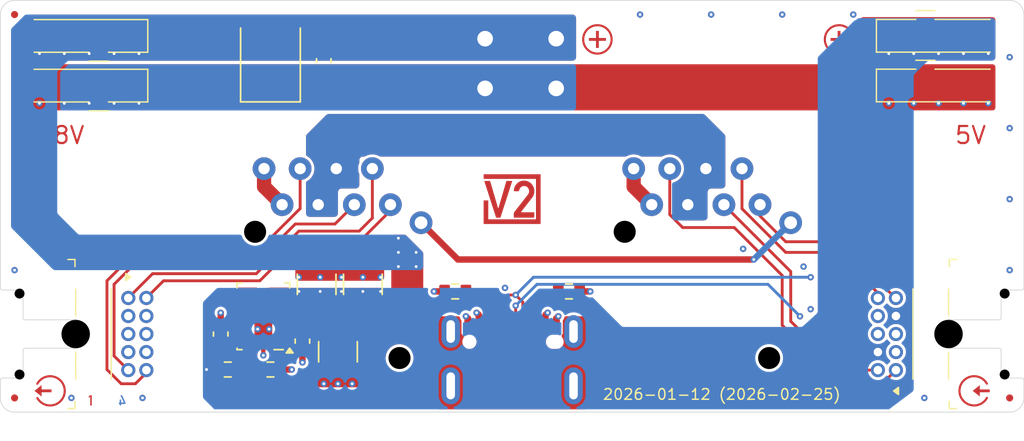
<source format=kicad_pcb>
(kicad_pcb (version 20241229) (generator "pcbnew") (generator_version "9.0")
  (title_block (date "2026-02-25") (rev "2026-01-12"))
  (layers (0 "F.Cu" signal "Front") (4 "In1.Cu" power) (6 "In2.Cu" power) (2 "B.Cu" power "Back") (13 "F.Paste" user) (5 "F.SilkS" user "F.Silkscreen") (7 "B.SilkS" user "B.Silkscreen") (1 "F.Mask" user) (3 "B.Mask" user) (25 "Edge.Cuts" user))
  (net 0 "")
  (net 1 "GND")
  (net 2 "/Power +5V/Feedback")
  (net 3 "+5V")
  (net 4 "+28V")
  (net 5 "/Power +5V/Vcc")
  (net 6 "+VLINK")
  (net 10 "/Plug-RX-A")
  (net 11 "/Plug-RX-B")
  (net 12 "/Plug-TX-Y")
  (net 13 "/Plug-TX-Z")
  (net 14 "/Socket-RX-A")
  (net 15 "/Socket-RX-B")
  (net 16 "/Socket-TX-Y")
  (net 17 "/Socket-TX-Z")
  (net 18 "/USB-CC1")
  (net 19 "/USB+")
  (net 20 "/USB-")
  (net 21 "/USB-CC2")
  (net 22 "Shield")
  (net 27 "/Link-Shield")
  (net 31 "+VBUS")
  (footprint "V2_Resistor_SMD:R_0603" (layer "F.Cu") (at 132 112)
    (property "Reference" "R501" (hide yes))
    (property "Value" "40k2" (hide yes))
    (pad "1" smd roundrect (at -0.75 0) (size 0.75 0.95) (layers "F.Cu" "F.Mask") (roundrect_rratio 0.1333333333) (net 3 "+5V"))
    (pad "2" smd roundrect (at 0.75 0) (size 0.75 0.95) (layers "F.Cu" "F.Mask") (roundrect_rratio 0.1333333333) (net 2 "/Power +5V/Feedback"))
  )
  (footprint "V2_Connector_USB:JAE_DX07S016JA3" (layer "F.Cu") (at 152 112)
    (property "Reference" "J103" (hide yes))
    (property "Value" "DX07S016JA3" (hide yes))
    (pad "" np_thru_hole circle (at -3 -1.95) (size 0.6 0.6) (drill 0.6) (layers "*.Cu" "*.Mask"))
    (pad "" np_thru_hole oval (at 3 -1.95) (size 0.85 0.6) (drill oval 0.85 0.6) (layers "*.Cu" "*.Mask"))
    (pad "A5" smd roundrect (at -1.75 -3.05) (size 0.27 1) (layers "F.Cu" "F.Mask" "F.Paste") (roundrect_rratio 0.1) (net 18 "/USB-CC1"))
    (pad "A6" smd roundrect (at -0.25 -3.05) (size 0.27 1) (layers "F.Cu" "F.Mask" "F.Paste") (roundrect_rratio 0.1) (net 19 "/USB+"))
    (pad "A7" smd roundrect (at 0.75 -3.05) (size 0.27 1) (layers "F.Cu" "F.Mask" "F.Paste") (roundrect_rratio 0.1) (net 20 "/USB-"))
    (pad "A8" smd roundrect (at 1.75 -3.05) (size 0.27 1) (layers "F.Cu" "F.Mask" "F.Paste") (roundrect_rratio 0.1))
    (pad "B5" smd roundrect (at 1.25 -3.05) (size 0.27 1) (layers "F.Cu" "F.Mask" "F.Paste") (roundrect_rratio 0.1) (net 21 "/USB-CC2"))
    (pad "B6" smd roundrect (at 0.25 -3.05) (size 0.27 1) (layers "F.Cu" "F.Mask" "F.Paste") (roundrect_rratio 0.1) (net 19 "/USB+"))
    (pad "B7" smd roundrect (at -0.75 -3.05) (size 0.27 1) (layers "F.Cu" "F.Mask" "F.Paste") (roundrect_rratio 0.1) (net 20 "/USB-"))
    (pad "B8" smd roundrect (at -1.25 -3.05) (size 0.27 1) (layers "F.Cu" "F.Mask" "F.Paste") (roundrect_rratio 0.1))
    (pad "G" smd roundrect (at -3.1 -3.05) (size 0.52 1) (layers "F.Cu" "F.Mask") (roundrect_rratio 0.1) (net 1 "GND"))
    (pad "G" smd roundrect (at 3.1 -3.05) (size 0.52 1) (layers "F.Cu" "F.Mask") (roundrect_rratio 0.1) (net 1 "GND"))
    (pad "S" thru_hole oval (at -4.32 -2.675) (size 1.3 2.3) (drill oval 0.6 1.6) (layers "*.Cu" "F.Paste") (net 22 "Shield"))
    (pad "S" thru_hole oval (at -4.32 1.15) (size 1.3 2.6) (drill oval 0.6 1.9) (layers "*.Cu" "F.Paste") (net 22 "Shield"))
    (pad "S" smd roundrect (at -1.4 1.15) (size 1 2) (layers "F.Cu" "F.Mask" "F.Paste") (roundrect_rratio 0.1) (net 22 "Shield"))
    (pad "S" smd roundrect (at 1.4 1.15) (size 1 2) (layers "F.Cu" "F.Mask" "F.Paste") (roundrect_rratio 0.1) (net 22 "Shield"))
    (pad "S" thru_hole oval (at 4.32 -2.675) (size 1.3 2.3) (drill oval 0.6 1.6) (layers "*.Cu" "F.Paste") (net 22 "Shield"))
    (pad "S" thru_hole oval (at 4.32 1.15) (size 1.3 2.6) (drill oval 0.6 1.9) (layers "*.Cu" "F.Paste") (net 22 "Shield"))
    (pad "V" smd roundrect (at -2.35 -3.05) (size 0.52 1) (layers "F.Cu" "F.Mask") (roundrect_rratio 0.1) (net 31 "+VBUS"))
    (pad "V" smd roundrect (at 2.35 -3.05) (size 0.52 1) (layers "F.Cu" "F.Mask") (roundrect_rratio 0.1) (net 31 "+VBUS"))
  )
  (footprint "V2_Fiducial:Fiducial_0.5mm_Mask1mm_Paste" (layer "F.Cu") (at 187 114)
    (property "Reference" "FID103" (hide yes))
    (property "Value" "Fiducial_Paste" (hide yes))
    (pad "" smd circle (at 0 0) (size 0.5 0.5) (property pad_prop_fiducial_glob) (layers "F.Cu" "F.Mask" "F.Paste") (clearance 0.25))
  )
  (footprint "V2_Fiducial:Fiducial_0.5mm_Mask1mm_Paste" (layer "F.Cu") (at 117 114)
    (property "Reference" "FID101" (hide yes))
    (property "Value" "Fiducial_Paste" (hide yes))
    (pad "" smd circle (at 0 0) (size 0.5 0.5) (property pad_prop_fiducial_glob) (layers "F.Cu" "F.Mask" "F.Paste") (clearance 0.25))
  )
  (footprint "V2_Production:Revision" (layer "F.Cu") (at 166.75 113.75)
    (property "Reference" "INFO102" (hide yes))
    (property "Value" "~" (hide yes))
    (fp_text user "${REVISION} (${ISSUE_DATE})" (at 0 0 0) (layer "F.SilkS") (effects (font (size 0.75 0.75) (thickness 0.1))))
  )
  (footprint "V2_Artwork:Logo_Small" (layer "F.Cu") (at 152 100)
    (property "Reference" "ICON102" (hide yes))
    (property "Value" "V2-logo" (hide yes))
    (fp_poly (pts (xy 2.006758 1.750057) (xy -2.003742 1.750057) (xy -2.003742 0.089057) (xy -1.676242 0.089057) (xy -1.676242 1.422557) (xy 1.679258 1.422557) (xy 1.679258 -1.424943) (xy -2.003742 -1.424943) (xy -2.003742 -1.752443) (xy 2.006758 -1.752443)) (fill yes) (layer "F.Cu"))
    (fp_poly (pts (xy -1.520919 -1.190765) (xy -0.987877 0.632379) (xy -0.96229 0.63477) (xy -0.429473 -1.187605) (xy -0.397658 -1.28383) (xy -0.093581 -1.28383) (xy 0.011405 -1.282303) (xy -0.821464 1.300873) (xy -0.922973 1.304044) (xy -1.126979 1.304044) (xy -1.959811 -1.279026) (xy -1.859182 -1.28383) (xy -1.55515 -1.28383)) (fill yes) (layer "F.Cu"))
    (fp_poly (pts (xy 0.959179 -1.296323) (xy 1.057102 -1.27333) (xy 1.15069 -1.236367) (xy 1.237701 -1.18584) (xy 1.316459 -1.12329) (xy 1.386544 -1.051192) (xy 1.4473 -0.971068) (xy 1.496526 -0.883341) (xy 1.532676 -0.789459) (xy 1.555226 -0.691443) (xy 1.564714 -0.591354) (xy 1.562302 -0.490861) (xy 1.547686 -0.391375) (xy 1.519699 -0.294757) (xy 1.477977 -0.203204) (xy 1.423428 -0.118825) (xy 0.62811 0.902367) (xy 0.666211 0.926016) (xy 1.464718 0.926016) (xy 1.565211 0.930611) (xy 1.565211 1.236646) (xy 1.526846 1.304028) (xy 0.119258 1.304044) (xy 0.119258 0.998218) (xy 0.152529 0.907926) (xy 1.075862 -0.274673) (xy 1.135011 -0.354575) (xy 1.177602 -0.443372) (xy 1.194922 -0.540328) (xy 1.188525 -0.63852) (xy 1.156173 -0.731429) (xy 1.102154 -0.813814) (xy 1.029408 -0.879553) (xy 0.93915 -0.917434) (xy 0.841313 -0.926822) (xy 0.744269 -0.911115) (xy 0.655699 -0.868697) (xy 0.582012 -0.803671) (xy 0.529159 -0.720807) (xy 0.499075 -0.625849) (xy 0.458111 -0.553721) (xy 0.151905 -0.553721) (xy 0.122138 -0.626978) (xy 0.136522 -0.727544) (xy 0.163539 -0.824426) (xy 0.203793 -0.916615) (xy 0.256664 -1.002191) (xy 0.320597 -1.07979) (xy 0.393413 -1.149125) (xy 0.474729 -1.208346) (xy 0.563921 -1.254958) (xy 0.65936 -1.286951) (xy 0.758577 -1.303726) (xy 0.859118 -1.306199)) (fill yes) (layer "F.Cu"))
    (zone (net 0) (net_name "") (layer "F.Cu") (connect_pads (clearance 0)) (min_thickness 0.254)
      (keepout (tracks not_allowed) (vias not_allowed) (pads not_allowed) (copperpour not_allowed) (footprints allowed))
      (fill (thermal_gap 0.508) (thermal_bridge_width 0.508))
      (polygon (pts (xy 149.7 102) (xy 154.3 102) (xy 154.3 97.995) (xy 149.7 97.995) (xy 149.7 98.6) (xy 150.1 99.8) (xy 149.7 99.8)))
    )
  )
  (footprint "V2_Artwork:Arrow_In" (layer "F.Cu") (at 184.5 113.5 180)
    (property "Reference" "ICON105" (hide yes))
    (property "Value" "Arrow_In" (hide yes))
    (fp_arc (start -0.9 -0.5) (mid 1.029557 -0.003511) (end -0.896569 0.506127) (stroke (width 0.15)) (layer "F.Cu"))
    (fp_poly (pts (xy -1.1 -0.1) (xy -1.1 0.1) (xy -0.4 0.1) (xy -0.4 0.4) (xy 0.1 0) (xy -0.4 -0.4) (xy -0.4 -0.1)) (fill yes) (layer "F.Cu"))
  )
  (footprint "V2_Connector_WAGO:2065-100" (layer "F.Cu") (at 122.5 88.5)
    (property "Reference" "J107" (hide yes))
    (property "Value" "WAGO 2065-100" (hide yes))
    (pad "1" smd custom (at 0.6 0) (size 4.6 2) (layers "F.Cu" "F.Mask") (net 4 "+28V") (options (clearance outline) (anchor rect)) (primitives (gr_poly (pts (xy -4.6 -0.8) (xy -2.3 -0.8) (xy -2.3 0.8) (xy -4.6 0.8)) (width 0) (fill yes)) (gr_bbox (start -0.8 -0.8) (end 0.8 0.8) (fill no))))
  )
  (footprint "V2_Connector_Header_1.27mm:PinHeader_2x05_P1.27mm_Horizontal" (layer "F.Cu") (at 179 109.5 -90)
    (property "Reference" "J101" (hide yes))
    (property "Value" "2x05_Horizontal" (hide yes))
    (pad "1" thru_hole circle (at 2.54 0) (size 1 1) (drill 0.6) (layers "*.Cu" "*.Mask") (net 11 "/Plug-RX-B"))
    (pad "2" thru_hole circle (at 2.54 1.27) (size 1 1) (drill 0.6) (layers "*.Cu" "*.Mask") (net 10 "/Plug-RX-A"))
    (pad "3" thru_hole circle (at 1.27 0) (size 1 1) (drill 0.6) (layers "*.Cu" "*.Mask") (net 1 "GND"))
    (pad "4" thru_hole circle (at 1.27 1.27) (size 1 1) (drill 0.6) (layers "*.Cu" "*.Mask") (net 3 "+5V"))
    (pad "5" thru_hole circle (at 0 0) (size 1 1) (drill 0.6) (layers "*.Cu" "*.Mask") (net 20 "/USB-"))
    (pad "6" thru_hole circle (at 0 1.27) (size 1 1) (drill 0.6) (layers "*.Cu" "*.Mask") (net 19 "/USB+"))
    (pad "7" thru_hole circle (at -1.27 0) (size 1 1) (drill 0.6) (layers "*.Cu" "*.Mask") (net 3 "+5V"))
    (pad "8" thru_hole circle (at -1.27 1.27) (size 1 1) (drill 0.6) (layers "*.Cu" "*.Mask") (net 1 "GND"))
    (pad "9" thru_hole circle (at -2.54 0) (size 1 1) (drill 0.6) (layers "*.Cu" "*.Mask") (net 12 "/Plug-TX-Y"))
    (pad "10" thru_hole circle (at -2.54 1.27) (size 1 1) (drill 0.6) (layers "*.Cu" "*.Mask") (net 13 "/Plug-TX-Z"))
  )
  (footprint "V2_PCB_Devices:PCB_Plug_Horizontal" (layer "F.Cu") (at 179 109.5 -90)
    (property "Reference" "PLUG101" (hide yes))
    (property "Value" "PCB_Plug_Horizontal" (hide yes))
    (fp_line (start -1 -3.7) (end 1 -3.7) (stroke (width 0.05)) (layer "Edge.Cuts"))
    (fp_line (start 1 -3.7) (end 1 -7.25) (stroke (width 0.05)) (layer "Edge.Cuts"))
    (fp_line (start -1 -7.25) (end -1 -3.7) (stroke (width 0.05)) (layer "Edge.Cuts"))
    (fp_line (start -3.1 -7.4) (end -1.15 -7.4) (stroke (width 0.05)) (layer "Edge.Cuts"))
    (fp_line (start 1.15 -7.4) (end 3.1 -7.4) (stroke (width 0.05)) (layer "Edge.Cuts"))
    (fp_line (start 3.1 -7.4) (end 3.1 -8.85) (stroke (width 0.05)) (layer "Edge.Cuts"))
    (fp_line (start -3.1 -8.85) (end -3.1 -7.4) (stroke (width 0.05)) (layer "Edge.Cuts"))
    (fp_arc (start 1 -7.25) (mid 1.043934 -7.356066) (end 1.15 -7.4) (stroke (width 0.05)) (layer "Edge.Cuts"))
    (fp_arc (start -1.15 -7.4) (mid -1.043934 -7.356066) (end -1 -7.25) (stroke (width 0.05)) (layer "Edge.Cuts"))
    (fp_arc (start 3.1 -8.85) (mid 3.143934 -8.956066) (end 3.25 -9) (stroke (width 0.05)) (layer "Edge.Cuts"))
    (fp_arc (start -3.25 -9) (mid -3.143934 -8.956066) (end -3.1 -8.85) (stroke (width 0.05)) (layer "Edge.Cuts"))
    (pad "" np_thru_hole circle (at -2.85 -7.65 270) (size 0.7 0.7) (drill 0.7) (layers "*.Mask"))
    (pad "" np_thru_hole circle (at 0 -3.7 270) (size 2 2) (drill 2) (layers "*.Mask"))
    (pad "" np_thru_hole circle (at 2.85 -7.65 270) (size 0.7 0.7) (drill 0.7) (layers "*.Mask"))
  )
  (footprint "V2_Diode_SMD:D_SMB" (layer "F.Cu") (at 135 90.25 90)
    (property "Reference" "TVS101" (hide yes))
    (property "Value" "SMBJ33CA" (hide yes))
    (pad "1" smd roundrect (at -2 0 90) (size 1.6 2.4) (layers "F.Cu" "F.Mask" "F.Paste") (roundrect_rratio 0.07692307692) (net 1 "GND"))
    (pad "2" smd roundrect (at 2 0 90) (size 1.6 2.4) (layers "F.Cu" "F.Mask" "F.Paste") (roundrect_rratio 0.07692307692) (net 4 "+28V"))
  )
  (footprint "V2_Resistor_SMD:R_0603" (layer "F.Cu") (at 156 106.5)
    (property "Reference" "R102" (hide yes))
    (property "Value" "5k1" (hide yes))
    (pad "1" smd roundrect (at -0.75 0) (size 0.75 0.95) (layers "F.Cu" "F.Mask") (roundrect_rratio 0.1333333333) (net 21 "/USB-CC2"))
    (pad "2" smd roundrect (at 0.75 0) (size 0.75 0.95) (layers "F.Cu" "F.Mask") (roundrect_rratio 0.1333333333) (net 1 "GND"))
  )
  (footprint "V2_Capacitor_SMD:C_1210" (layer "F.Cu") (at 138.25 106 90)
    (property "Reference" "C504" (hide yes))
    (property "Value" "22u" (hide yes))
    (pad "1" smd roundrect (at -1.6 0 90) (size 1.1 2.4) (layers "F.Cu" "F.Mask") (roundrect_rratio 0.09090909091) (net 3 "+5V"))
    (pad "2" smd roundrect (at 1.6 0 90) (size 1.1 2.4) (layers "F.Cu" "F.Mask") (roundrect_rratio 0.09090909091) (net 1 "GND"))
  )
  (footprint "V2_Capacitor_SMD:C_0603" (layer "F.Cu") (at 138.75 90.25 -90)
    (property "Reference" "C101" (hide yes))
    (property "Value" "0u1" (hide yes))
    (pad "1" smd roundrect (at -0.7 0 270) (size 0.7 0.8) (layers "F.Cu" "F.Mask") (roundrect_rratio 0.1428571429) (net 4 "+28V"))
    (pad "2" smd roundrect (at 0.7 0 270) (size 0.7 0.8) (layers "F.Cu" "F.Mask") (roundrect_rratio 0.1428571429) (net 1 "GND"))
  )
  (footprint "V2_Artwork:Plus_Small" (layer "F.Cu") (at 158 88.75 90)
    (property "Reference" "ICON106" (hide yes))
    (property "Value" "Plus" (hide yes))
    (fp_circle (center 0 0) (end 1 0) (stroke (width 0.15)) (fill no) (layer "F.Cu"))
    (fp_poly (pts (xy -0.1 -0.6) (xy 0.1 -0.6) (xy 0.1 -0.1) (xy 0.6 -0.1) (xy 0.6 0.1) (xy 0.1 0.1) (xy 0.1 0.6) (xy -0.1 0.6) (xy -0.1 0.1) (xy -0.6 0.1) (xy -0.6 -0.1) (xy -0.1 -0.1)) (fill yes) (layer "F.Cu"))
  )
  (footprint "V2_PCB_Devices:PCB_Plug_Horizontal" (layer "F.Cu") (at 125 109.5 90)
    (property "Reference" "PLUG102" (hide yes))
    (property "Value" "PCB_Plug_Horizontal" (hide yes))
    (fp_line (start -3.1 -8.85) (end -3.1 -7.4) (stroke (width 0.05)) (layer "Edge.Cuts"))
    (fp_line (start 3.1 -7.4) (end 3.1 -8.85) (stroke (width 0.05)) (layer "Edge.Cuts"))
    (fp_line (start 1.15 -7.4) (end 3.1 -7.4) (stroke (width 0.05)) (layer "Edge.Cuts"))
    (fp_line (start -3.1 -7.4) (end -1.15 -7.4) (stroke (width 0.05)) (layer "Edge.Cuts"))
    (fp_line (start -1 -7.25) (end -1 -3.7) (stroke (width 0.05)) (layer "Edge.Cuts"))
    (fp_line (start 1 -3.7) (end 1 -7.25) (stroke (width 0.05)) (layer "Edge.Cuts"))
    (fp_line (start -1 -3.7) (end 1 -3.7) (stroke (width 0.05)) (layer "Edge.Cuts"))
    (fp_arc (start -3.25 -9) (mid -3.143934 -8.956066) (end -3.1 -8.85) (stroke (width 0.05)) (layer "Edge.Cuts"))
    (fp_arc (start 3.1 -8.85) (mid 3.143934 -8.956066) (end 3.25 -9) (stroke (width 0.05)) (layer "Edge.Cuts"))
    (fp_arc (start -1.15 -7.4) (mid -1.043934 -7.356066) (end -1 -7.25) (stroke (width 0.05)) (layer "Edge.Cuts"))
    (fp_arc (start 1 -7.25) (mid 1.043934 -7.356066) (end 1.15 -7.4) (stroke (width 0.05)) (layer "Edge.Cuts"))
    (pad "" np_thru_hole circle (at -2.85 -7.65 90) (size 0.7 0.7) (drill 0.7) (layers "*.Mask"))
    (pad "" np_thru_hole circle (at 0 -3.7 90) (size 2 2) (drill 2) (layers "*.Mask"))
    (pad "" np_thru_hole circle (at 2.85 -7.65 90) (size 0.7 0.7) (drill 0.7) (layers "*.Mask"))
  )
  (footprint "V2_Artwork:28V" (layer "F.Cu") (at 120.25 95.5)
    (property "Reference" "ICON104" (hide yes))
    (property "Value" "~" (hide yes))
    (fp_text user "28V" (at 0 0 0) (layer "F.Cu") (effects (font (size 1.2 1.2))))
  )
  (footprint "V2_Resistor_SMD:R_0603" (layer "F.Cu") (at 148 106.5 180)
    (property "Reference" "R101" (hide yes))
    (property "Value" "5k1" (hide yes))
    (pad "1" smd roundrect (at -0.75 0 180) (size 0.75 0.95) (layers "F.Cu" "F.Mask") (roundrect_rratio 0.1333333333) (net 18 "/USB-CC1"))
    (pad "2" smd roundrect (at 0.75 0 180) (size 0.75 0.95) (layers "F.Cu" "F.Mask") (roundrect_rratio 0.1333333333) (net 1 "GND"))
  )
  (footprint "V2_Artwork:5V" (layer "F.Cu") (at 184.25 95.5)
    (property "Reference" "ICON101" (hide yes))
    (property "Value" "5V" (hide yes))
    (fp_text user "5V" (at 0 0 0) (layer "F.Cu") (effects (font (size 1.2 1.2))))
  )
  (footprint "V2_Connector_Header_1.27mm:PinHeader_2x05_P1.27mm_Horizontal" (layer "F.Cu") (at 125 109.5 90)
    (property "Reference" "J104" (hide yes))
    (property "Value" "2x05_Horizontal" (hide yes))
    (pad "1" thru_hole circle (at 2.54 0 180) (size 1 1) (drill 0.6) (layers "*.Cu" "*.Mask") (net 15 "/Socket-RX-B"))
    (pad "2" thru_hole circle (at 2.54 1.27 180) (size 1 1) (drill 0.6) (layers "*.Cu" "*.Mask") (net 14 "/Socket-RX-A"))
    (pad "3" thru_hole circle (at 1.27 0 180) (size 1 1) (drill 0.6) (layers "*.Cu" "*.Mask") (net 1 "GND"))
    (pad "4" thru_hole circle (at 1.27 1.27 180) (size 1 1) (drill 0.6) (layers "*.Cu" "*.Mask"))
    (pad "5" thru_hole circle (at 0 0 180) (size 1 1) (drill 0.6) (layers "*.Cu" "*.Mask"))
    (pad "6" thru_hole circle (at 0 1.27 180) (size 1 1) (drill 0.6) (layers "*.Cu" "*.Mask"))
    (pad "7" thru_hole circle (at -1.27 0 180) (size 1 1) (drill 0.6) (layers "*.Cu" "*.Mask"))
    (pad "8" thru_hole circle (at -1.27 1.27 180) (size 1 1) (drill 0.6) (layers "*.Cu" "*.Mask") (net 1 "GND"))
    (pad "9" thru_hole circle (at -2.54 0 180) (size 1 1) (drill 0.6) (layers "*.Cu" "*.Mask") (net 16 "/Socket-TX-Y"))
    (pad "10" thru_hole circle (at -2.54 1.27 180) (size 1 1) (drill 0.6) (layers "*.Cu" "*.Mask") (net 17 "/Socket-TX-Z"))
  )
  (footprint "V2_Production:Layer_Numbers" (layer "F.Cu") (at 123.5 114.169314)
    (property "Reference" "INFO101" (hide yes))
    (property "Value" "Layer_Numbers" (hide yes))
    (fp_poly (pts (xy -1.071627 0.36376) (xy -1.175447 0.36376) (xy -1.175447 -0.251119) (xy -1.278437 -0.175522) (xy -1.278437 -0.285923) (xy -1.175447 -0.360896) (xy -1.071627 -0.360896)) (fill yes) (layer "F.Cu"))
    (fp_poly (pts (xy 1.301233 0.157927) (xy 1.301233 0.255853) (xy 0.999028 0.255853) (xy 0.999028 0.36376) (xy 0.895208 0.36376) (xy 0.895208 0.255853) (xy 0.837544 0.255853) (xy 0.837544 0.157927) (xy 0.895208 0.157927) (xy 0.895208 -0.050276) (xy 0.999028 -0.050276) (xy 0.999028 0.157927) (xy 1.188396 0.157927) (xy 0.943381 -0.360896) (xy 1.059184 -0.360896)) (fill yes) (layer "B.Cu"))
    (zone (net 0) (net_name "") (layers "F.Cu" "F.Mask" "B.Cu" "B.Mask" "In1.Cu" "In2.Cu") (connect_pads (clearance 0)) (min_thickness 0.254)
      (keepout (tracks not_allowed) (vias not_allowed) (pads not_allowed) (copperpour not_allowed) (footprints allowed))
      (fill (thermal_gap 0.508) (thermal_bridge_width 0.508))
      (polygon (pts (xy 125.1 114.769314) (xy 121.9 114.769314) (xy 121.9 113.569314) (xy 125.1 113.569314)))
    )
  )
  (footprint "V2_Capacitor_SMD:C_1210" (layer "F.Cu") (at 139.75 110.75 -90)
    (property "Reference" "C501" (hide yes))
    (property "Value" "10u" (hide yes))
    (pad "1" smd roundrect (at -1.6 0 270) (size 1.1 2.4) (layers "F.Cu" "F.Mask") (roundrect_rratio 0.09090909091) (net 4 "+28V"))
    (pad "2" smd roundrect (at 1.6 0 270) (size 1.1 2.4) (layers "F.Cu" "F.Mask") (roundrect_rratio 0.09090909091) (net 1 "GND"))
  )
  (footprint "V2_Connector_WAGO:2065-100" (layer "F.Cu") (at 122.5 92)
    (property "Reference" "J111" (hide yes))
    (property "Value" "WAGO 2065-100" (hide yes))
    (pad "1" smd custom (at 0.6 0) (size 4.6 2) (layers "F.Cu" "F.Mask") (net 1 "GND") (options (clearance outline) (anchor rect)) (primitives (gr_poly (pts (xy -4.6 -0.8) (xy -2.3 -0.8) (xy -2.3 0.8) (xy -4.6 0.8)) (width 0) (fill yes)) (gr_bbox (start -0.8 -0.8) (end 0.8 0.8) (fill no))))
  )
  (footprint "V2_Artwork:Arrow_Out" (layer "F.Cu") (at 119.5 113.5 180)
    (property "Reference" "ICON107" (hide yes))
    (property "Value" "Arrow_Out" (hide yes))
    (fp_arc (start 0.9 0.5) (mid -1.029557 0.003511) (end 0.896569 -0.506127) (stroke (width 0.15)) (layer "F.Cu"))
    (fp_poly (pts (xy -0.1 -0.1) (xy -0.1 0.1) (xy 0.6 0.1) (xy 0.6 0.4) (xy 1.1 0) (xy 0.6 -0.4) (xy 0.6 -0.1)) (fill yes) (layer "F.Cu"))
  )
  (footprint "V2_Capacitor_SMD:C_0603" (layer "F.Cu") (at 137.25 110 -90)
    (property "Reference" "C502" (hide yes))
    (property "Value" "0u1" (hide yes))
    (pad "1" smd roundrect (at -0.7 0 270) (size 0.7 0.8) (layers "F.Cu" "F.Mask") (roundrect_rratio 0.1428571429) (net 4 "+28V"))
    (pad "2" smd roundrect (at 0.7 0 270) (size 0.7 0.8) (layers "F.Cu" "F.Mask") (roundrect_rratio 0.1428571429) (net 1 "GND"))
  )
  (footprint "V2_Connector_WAGO:2065-100" (layer "F.Cu") (at 181.5 88.5 180)
    (property "Reference" "J108" (hide yes))
    (property "Value" "WAGO 2065-100" (hide yes))
    (pad "1" smd custom (at 0.6 0 180) (size 4.6 2) (layers "F.Cu" "F.Mask") (net 3 "+5V") (options (clearance outline) (anchor rect)) (primitives (gr_poly (pts (xy -4.6 -0.8) (xy -2.3 -0.8) (xy -2.3 0.8) (xy -4.6 0.8)) (width 0) (fill yes)) (gr_bbox (start -0.8 -0.8) (end 0.8 0.8) (fill no))))
  )
  (footprint "V2_Connector_WAGO:2065-100" (layer "F.Cu") (at 181.5 92 180)
    (property "Reference" "J110" (hide yes))
    (property "Value" "WAGO 2065-100" (hide yes))
    (pad "1" smd custom (at 0.6 0 180) (size 4.6 2) (layers "F.Cu" "F.Mask") (net 1 "GND") (options (clearance outline) (anchor rect)) (primitives (gr_poly (pts (xy -4.6 -0.8) (xy -2.3 -0.8) (xy -2.3 0.8) (xy -4.6 0.8)) (width 0) (fill yes)) (gr_bbox (start -0.8 -0.8) (end 0.8 0.8) (fill no))))
  )
  (footprint "V2_Capacitor_SMD:C_0603" (layer "F.Cu") (at 131.5 109.5 90)
    (property "Reference" "C505" (hide yes))
    (property "Value" "1u" (hide yes))
    (pad "1" smd roundrect (at -0.7 0 90) (size 0.7 0.8) (layers "F.Cu" "F.Mask") (roundrect_rratio 0.1428571429) (net 5 "/Power +5V/Vcc"))
    (pad "2" smd roundrect (at 0.7 0 90) (size 0.7 0.8) (layers "F.Cu" "F.Mask") (roundrect_rratio 0.1428571429) (net 1 "GND"))
  )
  (footprint "V2_Resistor_SMD:R_0603" (layer "F.Cu") (at 135 112)
    (property "Reference" "R502" (hide yes))
    (property "Value" "10k" (hide yes))
    (pad "1" smd roundrect (at -0.75 0) (size 0.75 0.95) (layers "F.Cu" "F.Mask") (roundrect_rratio 0.1333333333) (net 2 "/Power +5V/Feedback"))
    (pad "2" smd roundrect (at 0.75 0) (size 0.75 0.95) (layers "F.Cu" "F.Mask") (roundrect_rratio 0.1333333333) (net 1 "GND"))
  )
  (footprint "V2_Converter_DCDC:QFN-11" (layer "F.Cu") (at 134.5 108.25 180)
    (property "Reference" "U501" (hide yes))
    (property "Value" "TPSM33625" (hide yes))
    (pad "1" smd roundrect (at -1.3875 -1.96 180) (size 1.124991 0.370002) (layers "F.Cu" "F.Mask" "F.Paste") (roundrect_rratio 0.15))
    (pad "2" smd roundrect (at -1.4 -1.15 180) (size 1.099998 0.250012) (layers "F.Cu" "F.Mask" "F.Paste") (roundrect_rratio 0.15) (net 4 "+28V"))
    (pad "3" smd roundrect (at -1.4 -0.65 180) (size 1.099998 0.250012) (layers "F.Cu" "F.Mask" "F.Paste") (roundrect_rratio 0.15) (net 4 "+28V"))
    (pad "4" smd rect (at -1.1925 1 180) (size 1.485 2.05) (layers "F.Cu") (net 3 "+5V"))
    (pad "5" smd rect (at 1.1925 1 180) (size 1.485 2.05) (layers "F.Cu"))
    (pad "6" smd roundrect (at 1.4 -0.65 180) (size 1.099998 0.250012) (layers "F.Cu" "F.Mask" "F.Paste") (roundrect_rratio 0.15))
    (pad "7" smd roundrect (at 1.4 -1.15 180) (size 1.099998 0.250012) (layers "F.Cu" "F.Mask" "F.Paste") (roundrect_rratio 0.15))
    (pad "8" smd roundrect (at 1.3875 -1.96 180) (size 1.124991 0.370002) (layers "F.Cu" "F.Mask" "F.Paste") (roundrect_rratio 0.15) (net 5 "/Power +5V/Vcc"))
    (pad "9" smd roundrect (at 0.5 -2.06 270) (size 0.8 0.25) (layers "F.Cu" "F.Mask" "F.Paste") (roundrect_rratio 0.15) (net 2 "/Power +5V/Feedback"))
    (pad "10" thru_hole circle (at -0.4 -0.9 180) (size 0.45 0.45) (drill 0.2) (property pad_prop_heatsink) (layers "*.Cu") (net 1 "GND"))
    (pad "10" smd roundrect (at 0 -1.7 270) (size 1.52 0.299998) (layers "F.Cu" "F.Mask") (roundrect_rratio 0.15) (net 1 "GND"))
    (pad "10" smd roundrect (at 0 -0.85 180) (size 1.25 1.2) (layers "F.Cu") (roundrect_rratio 0.1) (net 1 "GND"))
    (pad "10" thru_hole circle (at 0.4 -0.9 180) (size 0.45 0.45) (drill 0.2) (property pad_prop_heatsink) (layers "*.Cu") (net 1 "GND"))
    (pad "11" smd roundrect (at -0.5 -2.06 270) (size 0.8 0.25) (layers "F.Cu" "F.Mask" "F.Paste") (roundrect_rratio 0.15) (net 5 "/Power +5V/Vcc"))
  )
  (footprint "V2_Fiducial:Fiducial_0.5mm_Mask1mm_Paste" (layer "F.Cu") (at 117 87)
    (property "Reference" "FID102" (hide yes))
    (property "Value" "Fiducial_Paste" (hide yes))
    (pad "" smd circle (at 0 0) (size 0.5 0.5) (property pad_prop_fiducial_glob) (layers "F.Cu" "F.Mask" "F.Paste") (clearance 0.25))
  )
  (footprint "V2_Capacitor_SMD:C_1210" (layer "F.Cu") (at 141.5 106 90)
    (property "Reference" "C503" (hide yes))
    (property "Value" "22u" (hide yes))
    (pad "1" smd roundrect (at -1.6 0 90) (size 1.1 2.4) (layers "F.Cu" "F.Mask") (roundrect_rratio 0.09090909091) (net 3 "+5V"))
    (pad "2" smd roundrect (at 1.6 0 90) (size 1.1 2.4) (layers "F.Cu" "F.Mask") (roundrect_rratio 0.09090909091) (net 1 "GND"))
  )
  (footprint "V2_Artwork:Plus_Small" (layer "F.Cu") (at 175 88.75 -90)
    (property "Reference" "ICON103" (hide yes))
    (property "Value" "Plus" (hide yes))
    (fp_circle (center 0 0) (end 1 0) (stroke (width 0.15)) (fill no) (layer "F.Cu"))
    (fp_poly (pts (xy -0.1 -0.6) (xy 0.1 -0.6) (xy 0.1 -0.1) (xy 0.6 -0.1) (xy 0.6 0.1) (xy 0.1 0.1) (xy 0.1 0.6) (xy -0.1 0.6) (xy -0.1 0.1) (xy -0.6 0.1) (xy -0.6 -0.1) (xy -0.1 -0.1)) (fill yes) (layer "F.Cu"))
  )
  (footprint "V2_Connector_WAGO:2601-1101" (layer "B.Cu") (at 152 92.5 90)
    (property "Reference" "J109" (hide yes))
    (property "Value" "WAGO 2601-1101" (hide yes))
    (pad "1" thru_hole circle (at 0.3 -1.9 90) (size 2 2) (drill 1.1) (layers "*.Cu" "*.Mask") (net 1 "GND"))
    (pad "1" thru_hole circle (at 0.3 3.1 90) (size 2 2) (drill 1.1) (layers "*.Cu" "*.Mask") (net 1 "GND"))
  )
  (footprint "V2_Connector_WAGO:2601-1101" (layer "B.Cu") (at 152 89 90)
    (property "Reference" "J106" (hide yes))
    (property "Value" "WAGO 2601-1101" (hide yes))
    (pad "1" thru_hole circle (at 0.3 -1.9 90) (size 2 2) (drill 1.1) (layers "*.Cu" "*.Mask") (net 4 "+28V"))
    (pad "1" thru_hole circle (at 0.3 3.1 90) (size 2 2) (drill 1.1) (layers "*.Cu" "*.Mask") (net 4 "+28V"))
  )
  (footprint "V2_Connector_EtherCon:NE8FAH" (layer "B.Cu") (at 165 115)
    (property "Reference" "J102" (hide yes))
    (property "Value" "NE8FAH" (hide yes))
    (pad "" np_thru_hole circle (at -5.08 -12.7) (size 1.55 1.55) (drill 1.55) (layers "*.Mask"))
    (pad "" np_thru_hole circle (at 5.08 -3.81) (size 1.55 1.55) (drill 1.55) (layers "*.Mask"))
    (pad "1" thru_hole circle (at 4.44 -14.61) (size 1.6 1.6) (drill 0.8) (layers "*.Cu" "*.Mask") (net 12 "/Plug-TX-Y"))
    (pad "2" thru_hole circle (at 3.17 -17.15) (size 1.6 1.6) (drill 0.8) (layers "*.Cu" "*.Mask") (net 13 "/Plug-TX-Z"))
    (pad "3" thru_hole circle (at 1.9 -14.61) (size 1.6 1.6) (drill 0.8) (layers "*.Cu" "*.Mask") (net 10 "/Plug-RX-A"))
    (pad "4" thru_hole circle (at 0.63 -17.15) (size 1.6 1.6) (drill 0.8) (layers "*.Cu" "*.Mask") (net 6 "+VLINK"))
    (pad "5" thru_hole circle (at -0.64 -14.61) (size 1.6 1.6) (drill 0.8) (layers "*.Cu" "*.Mask") (net 6 "+VLINK"))
    (pad "6" thru_hole circle (at -1.91 -17.15) (size 1.6 1.6) (drill 0.8) (layers "*.Cu" "*.Mask") (net 11 "/Plug-RX-B"))
    (pad "7" thru_hole circle (at -3.18 -14.61) (size 1.6 1.6) (drill 0.8) (layers "*.Cu" "*.Mask") (net 1 "GND"))
    (pad "8" thru_hole circle (at -4.45 -17.15) (size 1.6 1.6) (drill 0.8) (layers "*.Cu" "*.Mask") (net 1 "GND"))
    (pad "S" thru_hole circle (at 6.595 -13.34) (size 1.6 1.6) (drill 0.9) (layers "*.Cu" "*.Mask") (net 27 "/Link-Shield"))
  )
  (footprint "V2_Connector_EtherCon:NE8FAH" (layer "B.Cu") (at 139 115)
    (property "Reference" "J105" (hide yes))
    (property "Value" "NE8FAH" (hide yes))
    (pad "" np_thru_hole circle (at -5.08 -12.7) (size 1.55 1.55) (drill 1.55) (layers "*.Mask"))
    (pad "" np_thru_hole circle (at 5.08 -3.81) (size 1.55 1.55) (drill 1.55) (layers "*.Mask"))
    (pad "1" thru_hole circle (at 4.44 -14.61) (size 1.6 1.6) (drill 0.8) (layers "*.Cu" "*.Mask") (net 14 "/Socket-RX-A"))
    (pad "2" thru_hole circle (at 3.17 -17.15) (size 1.6 1.6) (drill 0.8) (layers "*.Cu" "*.Mask") (net 15 "/Socket-RX-B"))
    (pad "3" thru_hole circle (at 1.9 -14.61) (size 1.6 1.6) (drill 0.8) (layers "*.Cu" "*.Mask") (net 16 "/Socket-TX-Y"))
    (pad "4" thru_hole circle (at 0.63 -17.15) (size 1.6 1.6) (drill 0.8) (layers "*.Cu" "*.Mask") (net 6 "+VLINK"))
    (pad "5" thru_hole circle (at -0.64 -14.61) (size 1.6 1.6) (drill 0.8) (layers "*.Cu" "*.Mask") (net 6 "+VLINK"))
    (pad "6" thru_hole circle (at -1.91 -17.15) (size 1.6 1.6) (drill 0.8) (layers "*.Cu" "*.Mask") (net 17 "/Socket-TX-Z"))
    (pad "7" thru_hole circle (at -3.18 -14.61) (size 1.6 1.6) (drill 0.8) (layers "*.Cu" "*.Mask") (net 1 "GND"))
    (pad "8" thru_hole circle (at -4.45 -17.15) (size 1.6 1.6) (drill 0.8) (layers "*.Cu" "*.Mask") (net 1 "GND"))
    (pad "S" thru_hole circle (at 6.595 -13.34) (size 1.6 1.6) (drill 0.9) (layers "*.Cu" "*.Mask") (net 27 "/Link-Shield"))
  )
  (gr_line (start 116 87) (end 116 106.25) (stroke (width 0.05)) (layer "Edge.Cuts"))
  (gr_arc (start 116 87) (mid 116.292893 86.292893) (end 117 86) (stroke (width 0.05)) (layer "Edge.Cuts"))
  (gr_line (start 116 112.75) (end 116 114) (stroke (width 0.05)) (layer "Edge.Cuts"))
  (gr_line (start 117 86) (end 187 86) (stroke (width 0.05)) (layer "Edge.Cuts"))
  (gr_arc (start 117 115) (mid 116.292893 114.707107) (end 116 114) (stroke (width 0.05)) (layer "Edge.Cuts"))
  (gr_line (start 117 115) (end 187 115) (stroke (width 0.05)) (layer "Edge.Cuts"))
  (gr_arc (start 187 86) (mid 187.707107 86.292893) (end 188 87) (stroke (width 0.05)) (layer "Edge.Cuts"))
  (gr_line (start 188 87) (end 188 106.25) (stroke (width 0.05)) (layer "Edge.Cuts"))
  (gr_line (start 188 112.75) (end 188 114) (stroke (width 0.05)) (layer "Edge.Cuts"))
  (gr_arc (start 188 114) (mid 187.707107 114.707107) (end 187 115) (stroke (width 0.05)) (layer "Edge.Cuts"))
  (segment (start 134.55 97.85) (end 134.55 99.12) (width 1) (layer "F.Cu") (net 1))
  (segment (start 131.5 108) (end 131.5 108.725) (width 0.45) (layer "F.Cu") (net 1))
  (segment (start 147.175 106.5) (end 146.5 106.5) (width 0.45) (layer "F.Cu") (net 1))
  (segment (start 160.55 99.12) (end 161.82 100.39) (width 1) (layer "F.Cu") (net 1))
  (segment (start 136.5 112) (end 135.825 112) (width 0.45) (layer "F.Cu") (net 1))
  (segment (start 148.9 108.4) (end 148.75 108.25) (width 0.45) (layer "F.Cu") (net 1))
  (segment (start 134.55 99.12) (end 135.82 100.39) (width 1) (layer "F.Cu") (net 1))
  (segment (start 134.5 110.95) (end 134.5 109.95) (width 0.3) (layer "F.Cu") (net 1))
  (segment (start 156.825 106.5) (end 157.5 106.5) (width 0.45) (layer "F.Cu") (net 1))
  (segment (start 137.25 111.5) (end 137.25 110.775) (width 0.45) (layer "F.Cu") (net 1))
  (segment (start 155.1 108.95) (end 155.1 108.4) (width 0.45) (layer "F.Cu") (net 1))
  (segment (start 155.1 108.4) (end 155.25 108.25) (width 0.45) (layer "F.Cu") (net 1))
  (segment (start 148.9 108.95) (end 148.9 108.4) (width 0.45) (layer "F.Cu") (net 1))
  (segment (start 160.55 97.85) (end 160.55 99.12) (width 1) (layer "F.Cu") (net 1))
  (via (at 137 105.5) (size 0.45) (drill 0.2) (layers "F.Cu" "B.Cu") (net 1))
  (via (at 180.25 93.25) (size 0.45) (drill 0.2) (layers "F.Cu" "B.Cu") (net 1))
  (via (at 138.5 105.5) (size 0.45) (drill 0.2) (layers "F.Cu" "B.Cu") (net 1))
  (via (at 155.25 108.25) (size 0.45) (drill 0.2) (layers "F.Cu" "B.Cu") (net 1))
  (via (at 187 90) (size 0.45) (drill 0.2) (layers "F.Cu" "B.Cu") (net 1))
  (via (at 166 87) (size 0.45) (drill 0.2) (layers "F.Cu" "B.Cu") (net 1))
  (via (at 161 87) (size 0.45) (drill 0.2) (layers "F.Cu" "B.Cu") (net 1))
  (via (at 157.5 106.5) (size 0.45) (drill 0.2) (layers "F.Cu" "B.Cu") (net 1))
  (via (at 134.5 111) (size 0.45) (drill 0.2) (layers "F.Cu" "B.Cu") (net 1))
  (via (at 122.25 93.25) (size 0.45) (drill 0.2) (layers "F.Cu" "B.Cu") (net 1))
  (via (at 117 105) (size 0.45) (drill 0.2) (layers "F.Cu" "B.Cu") (net 1))
  (via (at 171 87) (size 0.45) (drill 0.2) (layers "F.Cu" "B.Cu") (net 1))
  (via (at 148.75 108.25) (size 0.45) (drill 0.2) (layers "F.Cu" "B.Cu") (net 1))
  (via (at 136.5 112) (size 0.45) (drill 0.2) (layers "F.Cu" "B.Cu") (net 1))
  (via (at 173 107.75) (size 0.45) (drill 0.2) (layers "F.Cu" "B.Cu") (net 1))
  (via (at 138.75 113) (size 0.45) (drill 0.2) (layers "F.Cu" "B.Cu") (net 1))
  (via (at 172.5 104.75) (size 0.45) (drill 0.2) (layers "F.Cu" "B.Cu") (net 1))
  (via (at 139.75 113) (size 0.45) (drill 0.2) (layers "F.Cu" "B.Cu") (net 1))
  (via (at 125.75 93.25) (size 0.45) (drill 0.2) (layers "F.Cu" "B.Cu") (net 1))
  (via (at 118.75 93.25) (size 0.45) (drill 0.2) (layers "F.Cu" "B.Cu") (net 1))
  (via (at 146.5 106.5) (size 0.45) (drill 0.2) (layers "F.Cu" "B.Cu") (net 1))
  (via (at 187 95) (size 0.45) (drill 0.2) (layers "F.Cu" "B.Cu") (net 1))
  (via (at 142.75 105.5) (size 0.45) (drill 0.2) (layers "F.Cu" "B.Cu") (net 1))
  (via (at 185.5 93.25) (size 0.45) (drill 0.2) (layers "F.Cu" "B.Cu") (net 1))
  (via (at 141.5 105.5) (size 0.45) (drill 0.2) (layers "F.Cu" "B.Cu") (net 1))
  (via (at 181 114) (size 0.45) (drill 0.2) (layers "F.Cu" "B.Cu") (net 1))
  (via (at 137.25 111.5) (size 0.45) (drill 0.2) (layers "F.Cu" "B.Cu") (net 1))
  (via (at 183.75 93.25) (size 0.45) (drill 0.2) (layers "F.Cu" "B.Cu") (net 1))
  (via (at 151.5 106.25) (size 0.45) (drill 0.2) (layers "F.Cu" "B.Cu") (net 1))
  (via (at 187 105) (size 0.45) (drill 0.2) (layers "F.Cu" "B.Cu") (net 1))
  (via (at 124 93.25) (size 0.45) (drill 0.2) (layers "F.Cu" "B.Cu") (net 1))
  (via (at 176 87) (size 0.45) (drill 0.2) (layers "F.Cu" "B.Cu") (net 1))
  (via (at 140.75 113) (size 0.45) (drill 0.2) (layers "F.Cu" "B.Cu") (net 1))
  (via (at 126 114) (size 0.45) (drill 0.2) (layers "F.Cu" "B.Cu") (net 1))
  (via (at 131.5 108) (size 0.45) (drill 0.2) (layers "F.Cu" "B.Cu") (net 1))
  (via (at 182 93.25) (size 0.45) (drill 0.2) (layers "F.Cu" "B.Cu") (net 1))
  (via (at 140 105.5) (size 0.45) (drill 0.2) (layers "F.Cu" "B.Cu") (net 1))
  (via (at 121 114) (size 0.45) (drill 0.2) (layers "F.Cu" "B.Cu") (net 1))
  (via (at 120.5 93.25) (size 0.45) (drill 0.2) (layers "F.Cu" "B.Cu") (net 1))
  (via (at 168.25 103.5) (size 0.45) (drill 0.2) (layers "F.Cu" "B.Cu") (net 1))
  (via (at 178.5 93.25) (size 0.45) (drill 0.2) (layers "F.Cu" "B.Cu") (net 1))
  (via (at 187 100) (size 0.45) (drill 0.2) (layers "F.Cu" "B.Cu") (net 1))
  (segment (start 134 110.31) (end 133.975 110.335) (width 0.2) (layer "F.Cu") (net 2))
  (segment (start 133.975 111.8) (end 134.175 112) (width 0.2) (layer "F.Cu") (net 2))
  (segment (start 134.175 112) (end 132.825 112) (width 0.2) (layer "F.Cu") (net 2))
  (segment (start 133.975 110.335) (end 133.975 111.8) (width 0.2) (layer "F.Cu") (net 2))
  (segment (start 131.175 112) (end 130.5 112) (width 0.45) (layer "F.Cu") (net 3))
  (via (at 180.25 89.75) (size 0.45) (drill 0.2) (layers "F.Cu" "B.Cu") (net 3))
  (via (at 183.75 89.75) (size 0.45) (drill 0.2) (layers "F.Cu" "B.Cu") (net 3))
  (via (at 130.5 112) (size 0.45) (drill 0.2) (layers "F.Cu" "B.Cu") (net 3))
  (via (at 138.5 106.5) (size 0.45) (drill 0.2) (layers "F.Cu" "B.Cu") (net 3))
  (via (at 142.75 106.5) (size 0.45) (drill 0.2) (layers "F.Cu" "B.Cu") (net 3))
  (via (at 141.5 106.5) (size 0.45) (drill 0.2) (layers "F.Cu" "B.Cu") (net 3))
  (via (at 185.5 89.75) (size 0.45) (drill 0.2) (layers "F.Cu" "B.Cu") (net 3))
  (via (at 182 89.75) (size 0.45) (drill 0.2) (layers "F.Cu" "B.Cu") (net 3))
  (via (at 137 106.5) (size 0.45) (drill 0.2) (layers "F.Cu" "B.Cu") (net 3))
  (via (at 178.5 89.75) (size 0.45) (drill 0.2) (layers "F.Cu" "B.Cu") (net 3))
  (via (at 140 106.5) (size 0.45) (drill 0.2) (layers "F.Cu" "B.Cu") (net 3))
  (via (at 144 102.75) (size 0.45) (drill 0.2) (layers "F.Cu" "B.Cu") (net 4))
  (via (at 144 104.75) (size 0.45) (drill 0.2) (layers "F.Cu" "B.Cu") (net 4))
  (via (at 145.25 103.75) (size 0.45) (drill 0.2) (layers "F.Cu" "B.Cu") (net 4))
  (via (at 122.25 89.75) (size 0.45) (drill 0.2) (layers "F.Cu" "B.Cu") (net 4))
  (via (at 124 89.75) (size 0.45) (drill 0.2) (layers "F.Cu" "B.Cu") (net 4))
  (via (at 120.5 89.75) (size 0.45) (drill 0.2) (layers "F.Cu" "B.Cu") (net 4))
  (via (at 118.75 89.75) (size 0.45) (drill 0.2) (layers "F.Cu" "B.Cu") (net 4))
  (via (at 145.25 104.75) (size 0.45) (drill 0.2) (layers "F.Cu" "B.Cu") (net 4))
  (via (at 125.75 89.75) (size 0.45) (drill 0.2) (layers "F.Cu" "B.Cu") (net 4))
  (via (at 144 103.75) (size 0.45) (drill 0.2) (layers "F.Cu" "B.Cu") (net 4))
  (segment (start 135.025 110.335) (end 135 110.31) (width 0.2) (layer "F.Cu") (net 5))
  (segment (start 131.5 110.275) (end 132 110.775) (width 0.2) (layer "F.Cu") (net 5))
  (segment (start 132 112.5) (end 132.5 113) (width 0.2) (layer "F.Cu") (net 5))
  (segment (start 132 110.775) (end 132 112.5) (width 0.2) (layer "F.Cu") (net 5))
  (segment (start 135.025 112.475) (end 135.025 110.335) (width 0.2) (layer "F.Cu") (net 5))
  (segment (start 133.1125 110.21) (end 131.565 110.21) (width 0.45) (layer "F.Cu") (net 5))
  (segment (start 131.565 110.21) (end 131.5 110.275) (width 0.2) (layer "F.Cu") (net 5))
  (segment (start 134.5 113) (end 135.025 112.475) (width 0.2) (layer "F.Cu") (net 5))
  (segment (start 132.5 113) (end 134.5 113) (width 0.2) (layer "F.Cu") (net 5))
  (segment (start 177.73 112.04) (end 175.04 112.04) (width 0.2) (layer "F.Cu") (net 10))
  (segment (start 171.6 108.6) (end 171.6 105.1) (width 0.2) (layer "F.Cu") (net 10))
  (segment (start 171.6 105.1) (end 166.9 100.4) (width 0.2) (layer "F.Cu") (net 10))
  (segment (start 166.9 100.4) (end 166.9 100.39) (width 0.2) (layer "F.Cu") (net 10))
  (segment (start 175.04 112.04) (end 171.6 108.6) (width 0.2) (layer "F.Cu") (net 10))
  (segment (start 163.09 101.09) (end 164 102) (width 0.2) (layer "F.Cu") (net 11))
  (segment (start 164 102) (end 167.625 102) (width 0.2) (layer "F.Cu") (net 11))
  (segment (start 175.125 113) (end 178.04 113) (width 0.2) (layer "F.Cu") (net 11))
  (segment (start 178.04 113) (end 179 112.04) (width 0.2) (layer "F.Cu") (net 11))
  (segment (start 171 108.875) (end 175.125 113) (width 0.2) (layer "F.Cu") (net 11))
  (segment (start 163.09 97.85) (end 163.09 101.09) (width 0.2) (layer "F.Cu") (net 11))
  (segment (start 171 105.375) (end 171 108.875) (width 0.2) (layer "F.Cu") (net 11))
  (segment (start 167.625 102) (end 171 105.375) (width 0.2) (layer "F.Cu") (net 11))
  (segment (start 178.96 106.96) (end 175 103) (width 0.2) (layer "F.Cu") (net 12))
  (segment (start 175 103) (end 171.25 103) (width 0.2) (layer "F.Cu") (net 12))
  (segment (start 179 106.96) (end 178.96 106.96) (width 0.2) (layer "F.Cu") (net 12))
  (segment (start 169.44 101.19) (end 169.44 100.39) (width 0.2) (layer "F.Cu") (net 12))
  (segment (start 171.25 103) (end 169.44 101.19) (width 0.2) (layer "F.Cu") (net 12))
  (segment (start 168.17 100.67) (end 171.25 103.75) (width 0.2) (layer "F.Cu") (net 13))
  (segment (start 171.25 103.75) (end 174.875 103.75) (width 0.2) (layer "F.Cu") (net 13))
  (segment (start 174.875 103.75) (end 177.73 106.605) (width 0.2) (layer "F.Cu") (net 13))
  (segment (start 177.73 106.605) (end 177.73 106.96) (width 0.2) (layer "F.Cu") (net 13))
  (segment (start 168.17 97.85) (end 168.17 100.67) (width 0.2) (layer "F.Cu") (net 13))
  (segment (start 143.44 100.39) (end 142.89 100.39) (width 0.2) (layer "F.Cu") (net 14))
  (segment (start 143.44 100.81) (end 143.44 100.39) (width 0.2) (layer "F.Cu") (net 14))
  (segment (start 137.25 102.75) (end 141.5 102.75) (width 0.2) (layer "F.Cu") (net 14))
  (segment (start 141.5 102.75) (end 143.44 100.81) (width 0.2) (layer "F.Cu") (net 14))
  (segment (start 126.27 106.96) (end 127.48 105.75) (width 0.2) (layer "F.Cu") (net 14))
  (segment (start 127.48 105.75) (end 134.25 105.75) (width 0.2) (layer "F.Cu") (net 14))
  (segment (start 134.25 105.75) (end 137.25 102.75) (width 0.2) (layer "F.Cu") (net 14))
  (segment (start 125 106.96) (end 126.71 105.25) (width 0.2) (layer "F.Cu") (net 15))
  (segment (start 142.17 97.85) (end 142.17 97.833619) (width 0.2) (layer "F.Cu") (net 15))
  (segment (start 126.71 105.25) (end 134 105.25) (width 0.2) (layer "F.Cu") (net 15))
  (segment (start 142.17 101.33) (end 142.17 97.85) (width 0.2) (layer "F.Cu") (net 15))
  (segment (start 141.25 102.25) (end 142.17 101.33) (width 0.2) (layer "F.Cu") (net 15))
  (segment (start 137 102.25) (end 141.25 102.25) (width 0.2) (layer "F.Cu") (net 15))
  (segment (start 134 105.25) (end 137 102.25) (width 0.2) (layer "F.Cu") (net 15))
  (segment (start 133.75 104.75) (end 136.75 101.75) (width 0.2) (layer "F.Cu") (net 16))
  (segment (start 139.54 101.75) (end 140.9 100.39) (width 0.2) (layer "F.Cu") (net 16))
  (segment (start 124 111.04) (end 124 106) (width 0.2) (layer "F.Cu") (net 16))
  (segment (start 125.25 104.75) (end 133.75 104.75) (width 0.2) (layer "F.Cu") (net 16))
  (segment (start 136.75 101.75) (end 139.54 101.75) (width 0.2) (layer "F.Cu") (net 16))
  (segment (start 124 106) (end 125.25 104.75) (width 0.2) (layer "F.Cu") (net 16))
  (segment (start 125 112.04) (end 124 111.04) (width 0.2) (layer "F.Cu") (net 16))
  (segment (start 137.09 100.66) (end 133.5 104.25) (width 0.2) (layer "F.Cu") (net 17))
  (segment (start 133.5 104.25) (end 125 104.25) (width 0.2) (layer "F.Cu") (net 17))
  (segment (start 126.27 112.23) (end 126.27 112.04) (width 0.2) (layer "F.Cu") (net 17))
  (segment (start 123.5 105.75) (end 123.5 112) (width 0.2) (layer "F.Cu") (net 17))
  (segment (start 124.5 113) (end 125.5 113) (width 0.2) (layer "F.Cu") (net 17))
  (segment (start 125.5 113) (end 126.27 112.23) (width 0.2) (layer "F.Cu") (net 17))
  (segment (start 123.5 112) (end 124.5 113) (width 0.2) (layer "F.Cu") (net 17))
  (segment (start 137.09 97.85) (end 137.09 100.66) (width 0.2) (layer "F.Cu") (net 17))
  (segment (start 125 104.25) (end 123.5 105.75) (width 0.2) (layer "F.Cu") (net 17))
  (segment (start 150.25 107.25) (end 150.25 108.95) (width 0.2) (layer "F.Cu") (net 18))
  (segment (start 149.5 106.5) (end 150.25 107.25) (width 0.2) (layer "F.Cu") (net 18))
  (segment (start 148.825 106.5) (end 149.5 106.5) (width 0.2) (layer "F.Cu") (net 18))
  (segment (start 152 108.95) (end 152.25 108.95) (width 0.2) (layer "F.Cu") (net 19))
  (segment (start 152.25 107.5) (end 152.25 108.95) (width 0.2) (layer "F.Cu") (net 19))
  (segment (start 151.75 108.95) (end 152 108.95) (width 0.2) (layer "F.Cu") (net 19))
  (via (at 172.25 108.25) (size 0.45) (drill 0.2) (layers "F.Cu" "B.Cu") (net 19))
  (via (at 152.25 107.5) (size 0.45) (drill 0.2) (layers "F.Cu" "B.Cu") (net 19))
  (segment (start 170 106) (end 172.25 108.25) (width 0.2) (layer "B.Cu") (net 19))
  (segment (start 152.25 107.5) (end 153.75 106) (width 0.2) (layer "B.Cu") (net 19))
  (segment (start 153.75 106) (end 170 106) (width 0.2) (layer "B.Cu") (net 19))
  (segment (start 151.75 106.75) (end 151.25 107.25) (width 0.2) (layer "F.Cu") (net 20))
  (segment (start 152.25 106.75) (end 151.75 106.75) (width 0.2) (layer "F.Cu") (net 20))
  (segment (start 151.25 107.25) (end 151.25 108.95) (width 0.2) (layer "F.Cu") (net 20))
  (segment (start 152.25 106.75) (end 152.75 107.25) (width 0.2) (layer "F.Cu") (net 20))
  (segment (start 152.75 107.25) (end 152.75 108.95) (width 0.2) (layer "F.Cu") (net 20))
  (via (at 173 105.5) (size 0.45) (drill 0.2) (layers "F.Cu" "B.Cu") (net 20))
  (via (at 152.25 106.75) (size 0.45) (drill 0.2) (layers "F.Cu" "B.Cu") (net 20))
  (segment (start 152.25 106.75) (end 153.5 105.5) (width 0.2) (layer "B.Cu") (net 20))
  (segment (start 153.5 105.5) (end 173 105.5) (width 0.2) (layer "B.Cu") (net 20))
  (segment (start 153.25 107.75) (end 153.25 108.95) (width 0.2) (layer "F.Cu") (net 21))
  (segment (start 155.175 106.5) (end 154.5 106.5) (width 0.2) (layer "F.Cu") (net 21))
  (segment (start 154.5 106.5) (end 153.25 107.75) (width 0.2) (layer "F.Cu") (net 21))
  (segment (start 169 104.25) (end 148.185 104.25) (width 0.45) (layer "F.Cu") (net 27))
  (segment (start 148.185 104.25) (end 145.595 101.66) (width 0.45) (layer "F.Cu") (net 27))
  (via (at 169 104.25) (size 0.45) (drill 0.2) (layers "F.Cu" "B.Cu") (net 27))
  (segment (start 171.005 102.25) (end 171.595 101.66) (width 0.45) (layer "B.Cu") (net 27))
  (segment (start 169 104.25) (end 171 102.25) (width 0.45) (layer "B.Cu") (net 27))
  (segment (start 154.35 108.95) (end 154.35 108.15) (width 0.45) (layer "F.Cu") (net 31))
  (segment (start 149.65 108.15) (end 149.5 108) (width 0.45) (layer "F.Cu") (net 31))
  (segment (start 149.65 108.95) (end 149.65 108.15) (width 0.45) (layer "F.Cu") (net 31))
  (segment (start 154.35 108.15) (end 154.5 108) (width 0.45) (layer "F.Cu") (net 31))
  (via (at 149.5 108) (size 0.45) (drill 0.2) (layers "F.Cu" "B.Cu") (net 31))
  (via (at 154.5 108) (size 0.45) (drill 0.2) (layers "F.Cu" "B.Cu") (net 31))
  (zone (net 3) (net_name "+5V") (layer "F.Cu") (connect_pads yes (clearance 0.2)) (min_thickness 0.254) (fill yes (thermal_gap 0.508) (thermal_bridge_width 0.508) (smoothing fillet) (radius 0.2))
    (polygon (pts (xy 176.5 90.180119) (xy 176.5 87.180119) (xy 186 87.180119) (xy 186 90.180119)))
  )
  (zone (net 1) (net_name "GND") (layer "F.Cu") (connect_pads yes (clearance 0.2)) (min_thickness 0.25) (fill yes (thermal_gap 0.5) (thermal_bridge_width 0.5) (smoothing fillet) (radius 0.2))
    (polygon (pts (xy 138.25 113.25) (xy 141.25 113.25) (xy 141.25 111.5) (xy 138.25 111.5)))
  )
  (zone (net 3) (net_name "+5V") (layer "F.Cu") (connect_pads yes (clearance 0.2)) (min_thickness 0.25) (fill yes (thermal_gap 0.5) (thermal_bridge_width 0.5) (smoothing fillet) (radius 0.25))
    (polygon (pts (xy 134.5 108.25) (xy 143 108.25) (xy 143 106.25) (xy 134.5 106.25)))
  )
  (zone (net 4) (net_name "+28V") (layer "F.Cu") (connect_pads yes (clearance 0.2)) (min_thickness 0.25) (fill yes (thermal_gap 0.5) (thermal_bridge_width 0.5) (smoothing fillet) (radius 0.25))
    (polygon (pts (xy 118 87) (xy 156.5 87) (xy 156.5 90.25) (xy 118 90.25)))
  )
  (zone (net 4) (net_name "+28V") (layer "F.Cu") (connect_pads yes (clearance 0.2)) (min_thickness 0.25) (fill yes (thermal_gap 0.5) (thermal_bridge_width 0.5) (smoothing fillet) (radius 0.2))
    (polygon (pts (xy 145.75 109.25) (xy 143.75 111.25) (xy 139 111.25) (xy 137.5 109.75) (xy 135.5 109.75) (xy 135.5 108.5) (xy 143.5 108.5) (xy 143.5 102.5) (xy 144.5 102.5) (xy 145.75 103.75)))
  )
  (zone (net 1) (net_name "GND") (layer "F.Cu") (connect_pads yes (clearance 0.2)) (min_thickness 0.254) (fill yes (thermal_gap 0.508) (thermal_bridge_width 0.508) (smoothing fillet) (radius 0.2))
    (polygon (pts (xy 186 90.5) (xy 186 93.75) (xy 118 93.75) (xy 118 90.5)))
  )
  (zone (net 1) (net_name "GND") (layer "F.Cu") (connect_pads yes (clearance 0.2)) (min_thickness 0.25) (fill yes (thermal_gap 0.5) (thermal_bridge_width 0.5) (smoothing fillet) (radius 0.25))
    (polygon (pts (xy 136.75 105.75) (xy 143 105.75) (xy 143 103.75) (xy 136.75 103.75)))
  )
  (zone (net 22) (net_name "Shield") (layer "F.Cu") (connect_pads yes (clearance 0.2)) (min_thickness 0.25) (fill yes (thermal_gap 0.5) (thermal_bridge_width 0.5) (smoothing fillet) (radius 0.2))
    (polygon (pts (xy 146.75 108.25) (xy 157.25 108.25) (xy 157.25 115) (xy 146.75 115)))
  )
  (zone (net 6) (net_name "+VLINK") (layers "F.Cu" "B.Cu") (connect_pads yes (clearance 0.2)) (min_thickness 0.25) (fill yes (thermal_gap 0.5) (thermal_bridge_width 0.5) (smoothing fillet) (radius 0.25))
    (polygon (pts (xy 165.5 94) (xy 139 94) (xy 137.5 95.5) (xy 137.5 101.25) (xy 139.75 101.25) (xy 139.75 99.25) (xy 141.25 99.25) (xy 141.25 97) (xy 163.25 97) (xy 163.25 101.5) (xy 165.75 101.5) (xy 165.75 99.25) (xy 167 99.25) (xy 167 95.5)))
  )
  (zone (net 1) (net_name "GND") (layer "B.Cu") (connect_pads yes (clearance 0.2)) (min_thickness 0.254) (fill yes (thermal_gap 0.508) (thermal_bridge_width 0.508) (smoothing fillet) (radius 0.2))
    (polygon (pts (xy 156.5 90.5) (xy 156.5 93.75) (xy 119.25 93.75) (xy 119.25 90.5)))
  )
  (zone (net 4) (net_name "+28V") (layer "B.Cu") (priority 1) (connect_pads yes (clearance 0.2)) (min_thickness 0.25) (fill yes (thermal_gap 0.5) (thermal_bridge_width 0.5) (smoothing fillet) (radius 0.25))
    (polygon (pts (xy 156.5 90.25) (xy 120.75 90.25) (xy 120 91) (xy 120 101) (xy 121.5 102.5) (xy 144.5 102.5) (xy 145.75 103.75) (xy 145.75 105) (xy 119.75 105) (xy 116.75 102) (xy 116.75 88) (xy 117.75 87) (xy 126.25 87) (xy 156.5 87)))
  )
  (zone (net 3) (net_name "+5V") (layer "B.Cu") (priority 1) (connect_pads yes (clearance 0.2)) (min_thickness 0.2) (fill yes (thermal_gap 0.508) (thermal_bridge_width 0.508) (smoothing fillet) (radius 0.25))
    (polygon (pts (xy 186 90.25) (xy 181.25 90.25) (xy 180.25 91.25) (xy 180.25 113.5) (xy 178.25 115) (xy 131.25 115) (xy 130.25 114) (xy 130.25 107.25) (xy 131.25 106.25) (xy 157 106.25) (xy 159.75 109) (xy 172.4 109) (xy 173.5 108) (xy 173.5 90) (xy 176.25 87.25) (xy 186 87.25)))
  )
)
</source>
